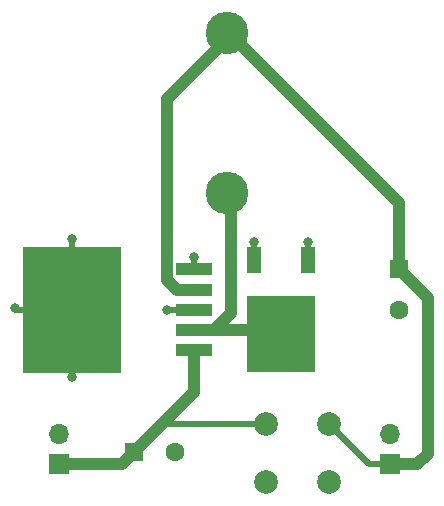
<source format=gbr>
%TF.GenerationSoftware,KiCad,Pcbnew,(6.0.1)*%
%TF.CreationDate,2022-03-29T16:10:18-05:00*%
%TF.ProjectId,buck_board,6275636b-5f62-46f6-9172-642e6b696361,rev?*%
%TF.SameCoordinates,Original*%
%TF.FileFunction,Copper,L1,Top*%
%TF.FilePolarity,Positive*%
%FSLAX46Y46*%
G04 Gerber Fmt 4.6, Leading zero omitted, Abs format (unit mm)*
G04 Created by KiCad (PCBNEW (6.0.1)) date 2022-03-29 16:10:18*
%MOMM*%
%LPD*%
G01*
G04 APERTURE LIST*
%TA.AperFunction,ComponentPad*%
%ADD10C,2.000000*%
%TD*%
%TA.AperFunction,ComponentPad*%
%ADD11C,3.600000*%
%TD*%
%TA.AperFunction,ComponentPad*%
%ADD12O,1.700000X1.700000*%
%TD*%
%TA.AperFunction,ComponentPad*%
%ADD13R,1.700000X1.700000*%
%TD*%
%TA.AperFunction,SMDPad,CuDef*%
%ADD14R,3.050000X1.016000*%
%TD*%
%TA.AperFunction,SMDPad,CuDef*%
%ADD15R,8.380000X10.660000*%
%TD*%
%TA.AperFunction,SMDPad,CuDef*%
%ADD16R,1.200000X2.200000*%
%TD*%
%TA.AperFunction,SMDPad,CuDef*%
%ADD17R,5.800000X6.400000*%
%TD*%
%TA.AperFunction,ComponentPad*%
%ADD18R,1.600000X1.600000*%
%TD*%
%TA.AperFunction,ComponentPad*%
%ADD19C,1.600000*%
%TD*%
%TA.AperFunction,ViaPad*%
%ADD20C,0.800000*%
%TD*%
%TA.AperFunction,Conductor*%
%ADD21C,0.508000*%
%TD*%
%TA.AperFunction,Conductor*%
%ADD22C,1.016000*%
%TD*%
G04 APERTURE END LIST*
D10*
%TO.P,TP4,1,1*%
%TO.N,GND*%
X77851000Y-86741000D03*
%TD*%
%TO.P,TP3,1,1*%
%TO.N,GND*%
X83185000Y-86741000D03*
%TD*%
%TO.P,TP2,1,1*%
%TO.N,+5V*%
X83185000Y-81783000D03*
%TD*%
%TO.P,TP1,1,1*%
%TO.N,+24V*%
X77851000Y-81783000D03*
%TD*%
D11*
%TO.P,L1,1,1*%
%TO.N,Net-(IC1-Pad2)*%
X74549000Y-62244000D03*
%TO.P,L1,2,2*%
%TO.N,+5V*%
X74549000Y-48744000D03*
%TD*%
D12*
%TO.P,J2,2,Pin_2*%
%TO.N,GND*%
X88392000Y-82677000D03*
D13*
%TO.P,J2,1,Pin_1*%
%TO.N,+5V*%
X88392000Y-85217000D03*
%TD*%
D12*
%TO.P,J1,2,Pin_2*%
%TO.N,GND*%
X60325000Y-82677000D03*
D13*
%TO.P,J1,1,Pin_1*%
%TO.N,+24V*%
X60325000Y-85217000D03*
%TD*%
D14*
%TO.P,IC1,1,VIN*%
%TO.N,+24V*%
X71755000Y-75540000D03*
%TO.P,IC1,2,OUTPUT*%
%TO.N,Net-(IC1-Pad2)*%
X71755000Y-73838000D03*
%TO.P,IC1,3,GND_1*%
%TO.N,GND*%
X71755000Y-72136000D03*
%TO.P,IC1,4,FEEDBACK*%
%TO.N,+5V*%
X71755000Y-70434000D03*
%TO.P,IC1,5,~{ON}/OFF*%
%TO.N,GND*%
X71755000Y-68732000D03*
D15*
%TO.P,IC1,6,GND_2*%
X61450000Y-72136000D03*
%TD*%
D16*
%TO.P,D1,1,A*%
%TO.N,GND*%
X81401000Y-67936000D03*
D17*
%TO.P,D1,2,K*%
%TO.N,Net-(IC1-Pad2)*%
X79121000Y-74236000D03*
D16*
%TO.P,D1,3,A*%
%TO.N,GND*%
X76841000Y-67936000D03*
%TD*%
D18*
%TO.P,C2,1*%
%TO.N,+5V*%
X89154000Y-68705349D03*
D19*
%TO.P,C2,2*%
%TO.N,GND*%
X89154000Y-72205349D03*
%TD*%
D18*
%TO.P,C1,1*%
%TO.N,+24V*%
X66673349Y-84196000D03*
D19*
%TO.P,C1,2*%
%TO.N,GND*%
X70173349Y-84196000D03*
%TD*%
D20*
%TO.N,GND*%
X61468000Y-77851000D03*
X56642000Y-72009000D03*
X61468000Y-66167000D03*
X69469000Y-72136000D03*
X71755000Y-67691000D03*
X76835000Y-66421000D03*
X81407000Y-66421000D03*
%TD*%
D21*
%TO.N,GND*%
X61450000Y-77833000D02*
X61468000Y-77851000D01*
X61450000Y-72136000D02*
X61450000Y-77833000D01*
X56769000Y-72136000D02*
X56642000Y-72009000D01*
X61450000Y-72136000D02*
X56769000Y-72136000D01*
X61450000Y-66185000D02*
X61468000Y-66167000D01*
X61450000Y-72136000D02*
X61450000Y-66185000D01*
X71755000Y-72136000D02*
X69469000Y-72136000D01*
X71755000Y-68732000D02*
X71755000Y-67691000D01*
X76841000Y-66427000D02*
X76835000Y-66421000D01*
X76841000Y-67936000D02*
X76841000Y-66427000D01*
X81401000Y-66427000D02*
X81407000Y-66421000D01*
X81401000Y-67936000D02*
X81401000Y-66427000D01*
%TO.N,+24V*%
X77851000Y-81783000D02*
X69086348Y-81783000D01*
D22*
X71755000Y-79114349D02*
X69021174Y-81848174D01*
X69021174Y-81848174D02*
X66673349Y-84196000D01*
D21*
X69086348Y-81783000D02*
X69021174Y-81848174D01*
%TO.N,+5V*%
X86614000Y-85217000D02*
X88392000Y-85217000D01*
X85344000Y-83947000D02*
X86614000Y-85217000D01*
X85344000Y-83942000D02*
X85344000Y-83947000D01*
X83185000Y-81783000D02*
X85344000Y-83942000D01*
D22*
X90678000Y-85217000D02*
X91567000Y-84328000D01*
X91567000Y-84328000D02*
X91567000Y-71118349D01*
X91567000Y-71118349D02*
X89154000Y-68705349D01*
X88392000Y-85217000D02*
X90678000Y-85217000D01*
%TO.N,+24V*%
X65652349Y-85217000D02*
X66673349Y-84196000D01*
X60325000Y-85217000D02*
X65652349Y-85217000D01*
X71755000Y-75540000D02*
X71755000Y-79114349D01*
%TO.N,+5V*%
X89154000Y-63081000D02*
X74930000Y-48857000D01*
X89154000Y-68705349D02*
X89154000Y-63081000D01*
%TO.N,Net-(IC1-Pad2)*%
X73501022Y-73838000D02*
X74930000Y-72409022D01*
X74930000Y-72409022D02*
X74930000Y-62357000D01*
X71755000Y-73838000D02*
X73501022Y-73838000D01*
X78723000Y-73838000D02*
X79121000Y-74236000D01*
X71755000Y-73838000D02*
X78723000Y-73838000D01*
%TO.N,+5V*%
X69522489Y-69649489D02*
X69522489Y-54264511D01*
X70307000Y-70434000D02*
X69522489Y-69649489D01*
X69522489Y-54264511D02*
X74930000Y-48857000D01*
X71755000Y-70434000D02*
X70307000Y-70434000D01*
%TD*%
M02*

</source>
